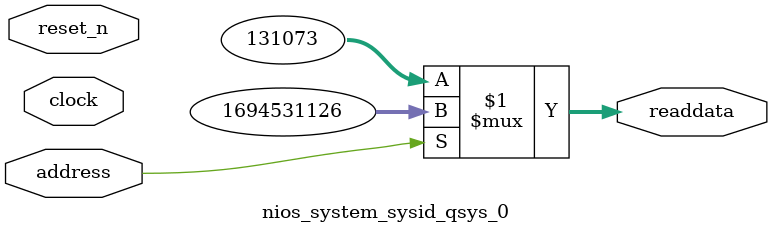
<source format=v>



// synthesis translate_off
`timescale 1ns / 1ps
// synthesis translate_on

// turn off superfluous verilog processor warnings 
// altera message_level Level1 
// altera message_off 10034 10035 10036 10037 10230 10240 10030 

module nios_system_sysid_qsys_0 (
               // inputs:
                address,
                clock,
                reset_n,

               // outputs:
                readdata
             )
;

  output  [ 31: 0] readdata;
  input            address;
  input            clock;
  input            reset_n;

  wire    [ 31: 0] readdata;
  //control_slave, which is an e_avalon_slave
  assign readdata = address ? 1694531126 : 131073;

endmodule



</source>
